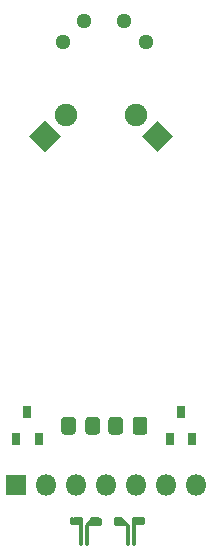
<source format=gbr>
%TF.GenerationSoftware,KiCad,Pcbnew,(5.1.6)-1*%
%TF.CreationDate,2023-11-28T20:11:05+09:00*%
%TF.ProjectId,CMouse-3rd-MOD,434d6f75-7365-42d3-9372-642d4d4f442e,rev?*%
%TF.SameCoordinates,Original*%
%TF.FileFunction,Soldermask,Top*%
%TF.FilePolarity,Negative*%
%FSLAX46Y46*%
G04 Gerber Fmt 4.6, Leading zero omitted, Abs format (unit mm)*
G04 Created by KiCad (PCBNEW (5.1.6)-1) date 2023-11-28 20:11:05*
%MOMM*%
%LPD*%
G01*
G04 APERTURE LIST*
%ADD10C,0.300000*%
%ADD11C,0.100000*%
%ADD12C,1.900000*%
%ADD13R,1.800000X1.800000*%
%ADD14O,1.800000X1.800000*%
%ADD15C,1.292000*%
%ADD16R,0.700000X1.100000*%
G04 APERTURE END LIST*
D10*
X117800000Y-148900000D02*
X117400000Y-148900000D01*
X117800000Y-149100000D02*
X117800000Y-148900000D01*
X117000000Y-149200000D02*
X117800000Y-149200000D01*
X117000000Y-149100000D02*
X117000000Y-149200000D01*
X117000000Y-149500000D02*
X117000000Y-149100000D01*
X115500000Y-149300000D02*
X115500000Y-149000000D01*
X116300000Y-149300000D02*
X115500000Y-149300000D01*
X115600000Y-149200000D02*
X116200000Y-149200000D01*
X116100000Y-149200000D02*
X115600000Y-149200000D01*
X116500000Y-149500000D02*
X116000000Y-149000000D01*
X113000000Y-149500000D02*
X113500000Y-149000000D01*
X113300000Y-149300000D02*
X114100000Y-149300000D01*
X114100000Y-149200000D02*
X114100000Y-149000000D01*
X113400000Y-149200000D02*
X114100000Y-149200000D01*
X112500000Y-149100000D02*
X112500000Y-149500000D01*
X112500000Y-148900000D02*
X112500000Y-149100000D01*
X111800000Y-149200000D02*
X111800000Y-148900000D01*
X112500000Y-149200000D02*
X111800000Y-149200000D01*
X114000000Y-148900000D02*
X113500000Y-148900000D01*
X115500000Y-148900000D02*
X115900000Y-148900000D01*
X117000000Y-148900000D02*
X117500000Y-148900000D01*
X112500000Y-148900000D02*
X112000000Y-148900000D01*
X117000000Y-149000000D02*
X117500000Y-149000000D01*
X112000000Y-149000000D02*
X112500000Y-149000000D01*
X115500000Y-149000000D02*
X116000000Y-149000000D01*
X113500000Y-149000000D02*
X114000000Y-149000000D01*
X117000000Y-151000000D02*
X117000000Y-149500000D01*
X116500000Y-151000000D02*
X116500000Y-149500000D01*
X113000000Y-151000000D02*
X113000000Y-149500000D01*
X112500000Y-151000000D02*
X112500000Y-149500000D01*
D11*
%TO.C,IR5*%
G36*
X109500000Y-117843503D02*
G01*
X108156497Y-116500000D01*
X109500000Y-115156497D01*
X110843503Y-116500000D01*
X109500000Y-117843503D01*
G37*
D12*
X111296051Y-114703949D03*
%TD*%
%TO.C,IR6*%
X117203949Y-114703949D03*
D11*
G36*
X120343503Y-116500000D02*
G01*
X119000000Y-117843503D01*
X117656497Y-116500000D01*
X119000000Y-115156497D01*
X120343503Y-116500000D01*
G37*
%TD*%
D13*
%TO.C,J1*%
X107000000Y-146000000D03*
D14*
X109540000Y-146000000D03*
X112080000Y-146000000D03*
X114620000Y-146000000D03*
X117160000Y-146000000D03*
X119700000Y-146000000D03*
X122240000Y-146000000D03*
%TD*%
%TO.C,R16*%
G36*
G01*
X112900000Y-141478262D02*
X112900000Y-140521738D01*
G75*
G02*
X113171738Y-140250000I271738J0D01*
G01*
X113878262Y-140250000D01*
G75*
G02*
X114150000Y-140521738I0J-271738D01*
G01*
X114150000Y-141478262D01*
G75*
G02*
X113878262Y-141750000I-271738J0D01*
G01*
X113171738Y-141750000D01*
G75*
G02*
X112900000Y-141478262I0J271738D01*
G01*
G37*
G36*
G01*
X110850000Y-141478262D02*
X110850000Y-140521738D01*
G75*
G02*
X111121738Y-140250000I271738J0D01*
G01*
X111828262Y-140250000D01*
G75*
G02*
X112100000Y-140521738I0J-271738D01*
G01*
X112100000Y-141478262D01*
G75*
G02*
X111828262Y-141750000I-271738J0D01*
G01*
X111121738Y-141750000D01*
G75*
G02*
X110850000Y-141478262I0J271738D01*
G01*
G37*
%TD*%
%TO.C,R17*%
G36*
G01*
X118150000Y-140521738D02*
X118150000Y-141478262D01*
G75*
G02*
X117878262Y-141750000I-271738J0D01*
G01*
X117171738Y-141750000D01*
G75*
G02*
X116900000Y-141478262I0J271738D01*
G01*
X116900000Y-140521738D01*
G75*
G02*
X117171738Y-140250000I271738J0D01*
G01*
X117878262Y-140250000D01*
G75*
G02*
X118150000Y-140521738I0J-271738D01*
G01*
G37*
G36*
G01*
X116100000Y-140521738D02*
X116100000Y-141478262D01*
G75*
G02*
X115828262Y-141750000I-271738J0D01*
G01*
X115121738Y-141750000D01*
G75*
G02*
X114850000Y-141478262I0J271738D01*
G01*
X114850000Y-140521738D01*
G75*
G02*
X115121738Y-140250000I271738J0D01*
G01*
X115828262Y-140250000D01*
G75*
G02*
X116100000Y-140521738I0J-271738D01*
G01*
G37*
%TD*%
D15*
%TO.C,S5*%
X111000000Y-108500000D03*
X112796051Y-106703949D03*
%TD*%
%TO.C,S6*%
X116203949Y-106703949D03*
X118000000Y-108500000D03*
%TD*%
D16*
%TO.C,TR5*%
X107050000Y-142150000D03*
X108950000Y-142150000D03*
X108000000Y-139850000D03*
%TD*%
%TO.C,TR6*%
X121000000Y-139850000D03*
X121950000Y-142150000D03*
X120050000Y-142150000D03*
%TD*%
M02*

</source>
